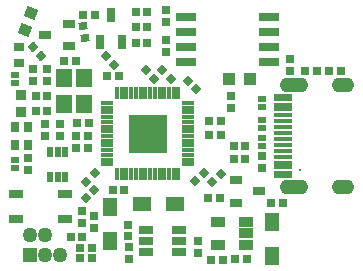
<source format=gts>
G04*
G04 #@! TF.GenerationSoftware,Altium Limited,Altium Designer,25.2.1 (25)*
G04*
G04 Layer_Color=8388736*
%FSAX26Y26*%
%MOIN*%
G70*
G04*
G04 #@! TF.SameCoordinates,B4543352-C1F1-4858-B80E-EDAD671B2EAA*
G04*
G04*
G04 #@! TF.FilePolarity,Negative*
G04*
G01*
G75*
%ADD47R,0.061024X0.015748*%
%ADD48R,0.027559X0.025591*%
%ADD49R,0.130000X0.130000*%
%ADD50R,0.038465X0.011890*%
%ADD51R,0.011890X0.038465*%
%ADD52R,0.041339X0.029528*%
%ADD53R,0.031496X0.019685*%
%ADD54R,0.027559X0.025591*%
%ADD55R,0.025591X0.027559*%
%ADD56R,0.020472X0.036221*%
%ADD57R,0.059055X0.049213*%
%ADD58R,0.025591X0.027559*%
%ADD59R,0.043906X0.041906*%
%ADD60R,0.027906X0.047906*%
%ADD61R,0.045276X0.033465*%
%ADD62R,0.045276X0.029528*%
%ADD63R,0.029528X0.035433*%
G04:AMPARAMS|DCode=64|XSize=27.559mil|YSize=25.591mil|CornerRadius=0mil|HoleSize=0mil|Usage=FLASHONLY|Rotation=225.000|XOffset=0mil|YOffset=0mil|HoleType=Round|Shape=Rectangle|*
%AMROTATEDRECTD64*
4,1,4,0.000696,0.018791,0.018791,0.000696,-0.000696,-0.018791,-0.018791,-0.000696,0.000696,0.018791,0.0*
%
%ADD64ROTATEDRECTD64*%

G04:AMPARAMS|DCode=65|XSize=25.591mil|YSize=27.559mil|CornerRadius=0mil|HoleSize=0mil|Usage=FLASHONLY|Rotation=135.000|XOffset=0mil|YOffset=0mil|HoleType=Round|Shape=Rectangle|*
%AMROTATEDRECTD65*
4,1,4,0.018791,0.000696,-0.000696,-0.018791,-0.018791,-0.000696,0.000696,0.018791,0.018791,0.000696,0.0*
%
%ADD65ROTATEDRECTD65*%

G04:AMPARAMS|DCode=66|XSize=27.559mil|YSize=25.591mil|CornerRadius=0mil|HoleSize=0mil|Usage=FLASHONLY|Rotation=10.000|XOffset=0mil|YOffset=0mil|HoleType=Round|Shape=Rectangle|*
%AMROTATEDRECTD66*
4,1,4,-0.011348,-0.014994,-0.015792,0.010208,0.011348,0.014994,0.015792,-0.010208,-0.011348,-0.014994,0.0*
%
%ADD66ROTATEDRECTD66*%

%ADD67R,0.049213X0.059055*%
G04:AMPARAMS|DCode=68|XSize=35.906mil|YSize=37.906mil|CornerRadius=0mil|HoleSize=0mil|Usage=FLASHONLY|Rotation=70.000|XOffset=0mil|YOffset=0mil|HoleType=Round|Shape=Rectangle|*
%AMROTATEDRECTD68*
4,1,4,0.011670,-0.023352,-0.023950,-0.010388,-0.011670,0.023352,0.023950,0.010388,0.011670,-0.023352,0.0*
%
%ADD68ROTATEDRECTD68*%

%ADD69R,0.037402X0.037402*%
G04:AMPARAMS|DCode=70|XSize=27.559mil|YSize=25.591mil|CornerRadius=0mil|HoleSize=0mil|Usage=FLASHONLY|Rotation=135.000|XOffset=0mil|YOffset=0mil|HoleType=Round|Shape=Rectangle|*
%AMROTATEDRECTD70*
4,1,4,0.018791,-0.000696,0.000696,-0.018791,-0.018791,0.000696,-0.000696,0.018791,0.018791,-0.000696,0.0*
%
%ADD70ROTATEDRECTD70*%

%ADD71R,0.068898X0.029528*%
%ADD72R,0.053150X0.061024*%
G04:AMPARAMS|DCode=73|XSize=25.591mil|YSize=27.559mil|CornerRadius=0mil|HoleSize=0mil|Usage=FLASHONLY|Rotation=130.000|XOffset=0mil|YOffset=0mil|HoleType=Round|Shape=Rectangle|*
%AMROTATEDRECTD73*
4,1,4,0.018780,-0.000944,-0.002331,-0.018659,-0.018780,0.000944,0.002331,0.018659,0.018780,-0.000944,0.0*
%
%ADD73ROTATEDRECTD73*%

G04:AMPARAMS|DCode=74|XSize=25.591mil|YSize=27.559mil|CornerRadius=0mil|HoleSize=0mil|Usage=FLASHONLY|Rotation=45.000|XOffset=0mil|YOffset=0mil|HoleType=Round|Shape=Rectangle|*
%AMROTATEDRECTD74*
4,1,4,0.000696,-0.018791,-0.018791,0.000696,-0.000696,0.018791,0.018791,-0.000696,0.000696,-0.018791,0.0*
%
%ADD74ROTATEDRECTD74*%

%ADD75R,0.047244X0.031496*%
%ADD76R,0.037402X0.029528*%
G04:AMPARAMS|DCode=77|XSize=49.213mil|YSize=72.835mil|CornerRadius=22.441mil|HoleSize=0mil|Usage=FLASHONLY|Rotation=90.000|XOffset=0mil|YOffset=0mil|HoleType=Round|Shape=RoundedRectangle|*
%AMROUNDEDRECTD77*
21,1,0.049213,0.027953,0,0,90.0*
21,1,0.004331,0.072835,0,0,90.0*
1,1,0.044882,0.013976,0.002165*
1,1,0.044882,0.013976,-0.002165*
1,1,0.044882,-0.013976,-0.002165*
1,1,0.044882,-0.013976,0.002165*
%
%ADD77ROUNDEDRECTD77*%
G04:AMPARAMS|DCode=78|XSize=49.213mil|YSize=92.52mil|CornerRadius=22.441mil|HoleSize=0mil|Usage=FLASHONLY|Rotation=90.000|XOffset=0mil|YOffset=0mil|HoleType=Round|Shape=RoundedRectangle|*
%AMROUNDEDRECTD78*
21,1,0.049213,0.047638,0,0,90.0*
21,1,0.004331,0.092520,0,0,90.0*
1,1,0.044882,0.023819,0.002165*
1,1,0.044882,0.023819,-0.002165*
1,1,0.044882,-0.023819,-0.002165*
1,1,0.044882,-0.023819,0.002165*
%
%ADD78ROUNDEDRECTD78*%
G04:AMPARAMS|DCode=79|XSize=5.906mil|YSize=5.906mil|CornerRadius=0mil|HoleSize=0mil|Usage=FLASHONLY|Rotation=90.000|XOffset=0mil|YOffset=0mil|HoleType=Round|Shape=RoundedRectangle|*
%AMROUNDEDRECTD79*
21,1,0.005906,0.005906,0,0,90.0*
21,1,0.005906,0.005906,0,0,90.0*
1,1,0.000000,0.002953,0.002953*
1,1,0.000000,0.002953,-0.002953*
1,1,0.000000,-0.002953,-0.002953*
1,1,0.000000,-0.002953,0.002953*
%
%ADD79ROUNDEDRECTD79*%
%ADD80C,0.005906*%
%ADD81C,0.049606*%
%ADD82R,0.049606X0.049606*%
D47*
X00346457Y-00133858D02*
D03*
X00346457Y-00122047D02*
D03*
X00346457Y-00102362D02*
D03*
X00346457Y-00090551D02*
D03*
X00346457Y-00068898D02*
D03*
X00346457Y-00049213D02*
D03*
X00346233Y-00029528D02*
D03*
X00346457Y-00009842D02*
D03*
X00346457Y00009842D02*
D03*
X00346457Y00029528D02*
D03*
X00346457Y00049213D02*
D03*
X00346457Y00068898D02*
D03*
X00346457Y00090551D02*
D03*
X00346457Y00102362D02*
D03*
X00346457Y00122047D02*
D03*
X00346457Y00133858D02*
D03*
D48*
X-00448425Y00000197D02*
D03*
X-00397835Y00000197D02*
D03*
X-00344488Y-00001476D02*
D03*
X-00344488Y-00040846D02*
D03*
X-00305330Y-00040020D02*
D03*
X-00305330Y-00000650D02*
D03*
X-00170335Y-00295276D02*
D03*
X-00170335Y-00334646D02*
D03*
X-00168059Y-00370913D02*
D03*
X-00168059Y-00410283D02*
D03*
X00062595Y-00389169D02*
D03*
X00062595Y-00349799D02*
D03*
X00370249Y00216798D02*
D03*
X00370249Y00256168D02*
D03*
X-00043623Y00280737D02*
D03*
X-00043623Y00320107D02*
D03*
X-00397835Y00039567D02*
D03*
X-00448425Y00039567D02*
D03*
D49*
X-00105315Y00007874D02*
D03*
D50*
X-00240649Y-00094488D02*
D03*
X-00240649Y-00078740D02*
D03*
X-00240649Y-00062992D02*
D03*
X-00240649Y-00047244D02*
D03*
X-00240649Y-00031496D02*
D03*
X-00240649Y-00015748D02*
D03*
X-00240649Y-00000000D02*
D03*
X-00240649Y00015748D02*
D03*
X-00240649Y00031496D02*
D03*
X-00240649Y00047244D02*
D03*
X-00240649Y00062992D02*
D03*
X-00240649Y00078740D02*
D03*
X-00240649Y00094488D02*
D03*
X-00240649Y00110236D02*
D03*
X00030020Y00015748D02*
D03*
X00030020Y-00000000D02*
D03*
X00030020Y-00015748D02*
D03*
X00030020Y-00031496D02*
D03*
X00030020Y-00047244D02*
D03*
X00030020Y-00062992D02*
D03*
X00030020Y-00078740D02*
D03*
X00030020Y-00094488D02*
D03*
X00030020Y00031496D02*
D03*
X00030020Y00047244D02*
D03*
X00030020Y00062992D02*
D03*
X00030020Y00078740D02*
D03*
X00030020Y00094488D02*
D03*
X00030020Y00110236D02*
D03*
D51*
X-00207677Y-00127461D02*
D03*
X-00191929Y-00127461D02*
D03*
X-00176181Y-00127461D02*
D03*
X-00160433Y-00127461D02*
D03*
X-00144685Y-00127461D02*
D03*
X-00128937Y-00127461D02*
D03*
X-00113189Y-00127461D02*
D03*
X-00097441Y-00127461D02*
D03*
X-00081693Y-00127461D02*
D03*
X-00065945Y-00127461D02*
D03*
X-00050197Y-00127461D02*
D03*
X-00034449Y-00127461D02*
D03*
X-00018701Y-00127461D02*
D03*
X-00002953Y-00127461D02*
D03*
X-00002953Y00143208D02*
D03*
X-00018701Y00143208D02*
D03*
X-00034449Y00143208D02*
D03*
X-00050197Y00143208D02*
D03*
X-00065945Y00143208D02*
D03*
X-00081693Y00143208D02*
D03*
X-00097441Y00143208D02*
D03*
X-00113189Y00143208D02*
D03*
X-00128937Y00143208D02*
D03*
X-00144685Y00143208D02*
D03*
X-00160433Y00143208D02*
D03*
X-00176181Y00143208D02*
D03*
X-00191929Y00143208D02*
D03*
X-00207677Y00143208D02*
D03*
D52*
X-00446850Y00335830D02*
D03*
X-00368110Y00373231D02*
D03*
X-00368110Y00298428D02*
D03*
X00187846Y-00147578D02*
D03*
X00187846Y-00222381D02*
D03*
X00266586Y-00184980D02*
D03*
D53*
X-00548228Y-00108268D02*
D03*
X-00548228Y-00080709D02*
D03*
X-00547244Y00175197D02*
D03*
X-00547244Y00202756D02*
D03*
X00275590Y00026575D02*
D03*
X00275590Y-00006890D02*
D03*
X00275590Y-00034449D02*
D03*
X00275590Y00054134D02*
D03*
X00275591Y00095472D02*
D03*
X00275591Y00123031D02*
D03*
D54*
X-00505905Y-00114217D02*
D03*
X-00505905Y-00074847D02*
D03*
X-00324315Y-00250702D02*
D03*
X-00324315Y-00290072D02*
D03*
X-00285505Y-00306134D02*
D03*
X-00285505Y-00266764D02*
D03*
X00170952Y00092483D02*
D03*
X00170952Y00131853D02*
D03*
X00276575Y-00066768D02*
D03*
X00276575Y-00106138D02*
D03*
X-00044291Y00378937D02*
D03*
X-00044291Y00418307D02*
D03*
X-00442506Y00223936D02*
D03*
X-00442506Y00184566D02*
D03*
X-00487574Y00184055D02*
D03*
X-00487574Y00223425D02*
D03*
D55*
X-00478895Y00083960D02*
D03*
X-00478895Y00131693D02*
D03*
X-00439525Y00131693D02*
D03*
X-00439525Y00083960D02*
D03*
X-00342059Y00043110D02*
D03*
X-00302689Y00043110D02*
D03*
X-00145669Y00362205D02*
D03*
X-00106299Y00362205D02*
D03*
X-00106299Y00413386D02*
D03*
X-00145669Y00413386D02*
D03*
X-00282699Y00403904D02*
D03*
X-00322069Y00403904D02*
D03*
X00181102Y-00032212D02*
D03*
X00220472Y-00032212D02*
D03*
X00220472Y-00076772D02*
D03*
X00181102Y-00076772D02*
D03*
X00135583Y-00206713D02*
D03*
X00096213Y-00206713D02*
D03*
X00458831Y00216798D02*
D03*
X00500000Y00216798D02*
D03*
X00539370Y00216798D02*
D03*
X00419461Y00216798D02*
D03*
X-00290494Y-00372464D02*
D03*
X-00291339Y-00407612D02*
D03*
X-00330709Y-00407612D02*
D03*
X-00329864Y-00372464D02*
D03*
D56*
X-00431102Y-00135964D02*
D03*
X-00405512Y-00135964D02*
D03*
X-00379921Y-00135964D02*
D03*
X-00379921Y-00054862D02*
D03*
X-00405512Y-00054862D02*
D03*
X-00431102Y-00054862D02*
D03*
D57*
X-00125984Y-00228346D02*
D03*
X-00013779Y-00228346D02*
D03*
D58*
X-00362504Y-00336831D02*
D03*
X-00323134Y-00336831D02*
D03*
X-00222678Y-00181102D02*
D03*
X-00183308Y-00181102D02*
D03*
X00106795Y-00412683D02*
D03*
X00146165Y-00412683D02*
D03*
X00185167Y-00411698D02*
D03*
X00224537Y-00411698D02*
D03*
X00307087Y-00224689D02*
D03*
X00346457Y-00224689D02*
D03*
X00137796Y00003937D02*
D03*
X00098425Y00003937D02*
D03*
X00098425Y00050197D02*
D03*
X00137796Y00050197D02*
D03*
X-00106299Y00311024D02*
D03*
X-00145669Y00311024D02*
D03*
X-00201771Y00199803D02*
D03*
X-00241141Y00199803D02*
D03*
X-00345612Y00248911D02*
D03*
X-00384982Y00248911D02*
D03*
D59*
X00166287Y00188976D02*
D03*
X00235287Y00188976D02*
D03*
D60*
X-00265400Y00312482D02*
D03*
X-00190400Y00312482D02*
D03*
X-00227900Y00402482D02*
D03*
D61*
X00127611Y-00362503D02*
D03*
X00127611Y-00287700D02*
D03*
X00222099Y-00287700D02*
D03*
X00222099Y-00325101D02*
D03*
X00222099Y-00362503D02*
D03*
D62*
X-00110236Y-00387795D02*
D03*
X-00110236Y-00350394D02*
D03*
X-00110236Y-00312992D02*
D03*
X-00001968Y-00312992D02*
D03*
X-00001968Y-00350394D02*
D03*
X-00001968Y-00387795D02*
D03*
D63*
X-00549213Y-00029528D02*
D03*
X-00505906Y-00029528D02*
D03*
X-00505906Y00029528D02*
D03*
X-00549213Y00029528D02*
D03*
D64*
X-00082805Y00190805D02*
D03*
X-00029191Y00190805D02*
D03*
X-00057030Y00218644D02*
D03*
X-00110644Y00218644D02*
D03*
D65*
X-00244788Y00265128D02*
D03*
X-00216949Y00237289D02*
D03*
X00028434Y00184195D02*
D03*
X00056273Y00156356D02*
D03*
D66*
X-00313511Y00326483D02*
D03*
X-00320347Y00365255D02*
D03*
D67*
X-00229526Y-00349409D02*
D03*
X-00229526Y-00237205D02*
D03*
X00308269Y-00286835D02*
D03*
X00308269Y-00399039D02*
D03*
D68*
X-00514360Y00352041D02*
D03*
X-00493497Y00409363D02*
D03*
D69*
X-00527559Y00078740D02*
D03*
X-00527559Y00137795D02*
D03*
D70*
X-00311748Y-00208211D02*
D03*
X-00283909Y-00180372D02*
D03*
X-00309407Y-00151972D02*
D03*
X-00281568Y-00124133D02*
D03*
D71*
X00022441Y00246242D02*
D03*
X00298031Y00246242D02*
D03*
X00298031Y00296242D02*
D03*
X00298031Y00346242D02*
D03*
X00298031Y00396242D02*
D03*
X00022441Y00396242D02*
D03*
X00022441Y00346242D02*
D03*
X00022441Y00296242D02*
D03*
D72*
X-00383858Y00105968D02*
D03*
X-00316929Y00105968D02*
D03*
X-00316929Y00192582D02*
D03*
X-00383858Y00192582D02*
D03*
D73*
X-00461909Y00265832D02*
D03*
X-00487216Y00295991D02*
D03*
D74*
X00053403Y-00151435D02*
D03*
X00081242Y-00123596D02*
D03*
X00137592Y-00126201D02*
D03*
X00109753Y-00154040D02*
D03*
D75*
X-00545275Y-00277579D02*
D03*
X-00381890Y-00277579D02*
D03*
X-00381890Y-00192934D02*
D03*
X-00545275Y-00192934D02*
D03*
D76*
X-00535433Y00242442D02*
D03*
X-00535433Y00297560D02*
D03*
D77*
X00547047Y-00170079D02*
D03*
X00547047Y00170079D02*
D03*
D78*
X00382480Y-00170079D02*
D03*
X00382480Y00170079D02*
D03*
D79*
X00403346Y-00113779D02*
D03*
D80*
X00403346Y00113779D02*
D03*
D81*
X-00497835Y-00330654D02*
D03*
X-00447835Y-00330654D02*
D03*
X-00447835Y-00396654D02*
D03*
X-00397835Y-00396654D02*
D03*
D82*
X-00497834Y-00396654D02*
D03*
M02*

</source>
